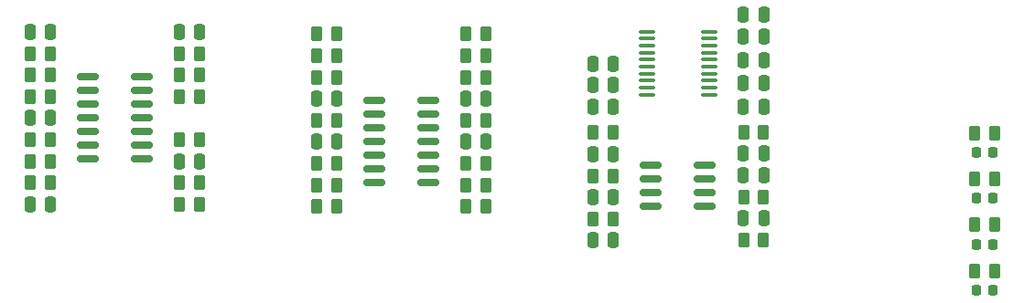
<source format=gbr>
%TF.GenerationSoftware,KiCad,Pcbnew,7.0.1*%
%TF.CreationDate,2023-03-30T14:31:40+01:00*%
%TF.ProjectId,DevBoard,44657642-6f61-4726-942e-6b696361645f,rev?*%
%TF.SameCoordinates,Original*%
%TF.FileFunction,Paste,Top*%
%TF.FilePolarity,Positive*%
%FSLAX46Y46*%
G04 Gerber Fmt 4.6, Leading zero omitted, Abs format (unit mm)*
G04 Created by KiCad (PCBNEW 7.0.1) date 2023-03-30 14:31:40*
%MOMM*%
%LPD*%
G01*
G04 APERTURE LIST*
G04 Aperture macros list*
%AMRoundRect*
0 Rectangle with rounded corners*
0 $1 Rounding radius*
0 $2 $3 $4 $5 $6 $7 $8 $9 X,Y pos of 4 corners*
0 Add a 4 corners polygon primitive as box body*
4,1,4,$2,$3,$4,$5,$6,$7,$8,$9,$2,$3,0*
0 Add four circle primitives for the rounded corners*
1,1,$1+$1,$2,$3*
1,1,$1+$1,$4,$5*
1,1,$1+$1,$6,$7*
1,1,$1+$1,$8,$9*
0 Add four rect primitives between the rounded corners*
20,1,$1+$1,$2,$3,$4,$5,0*
20,1,$1+$1,$4,$5,$6,$7,0*
20,1,$1+$1,$6,$7,$8,$9,0*
20,1,$1+$1,$8,$9,$2,$3,0*%
G04 Aperture macros list end*
%ADD10RoundRect,0.250000X0.262500X0.450000X-0.262500X0.450000X-0.262500X-0.450000X0.262500X-0.450000X0*%
%ADD11RoundRect,0.250000X-0.250000X-0.475000X0.250000X-0.475000X0.250000X0.475000X-0.250000X0.475000X0*%
%ADD12RoundRect,0.250000X-0.262500X-0.450000X0.262500X-0.450000X0.262500X0.450000X-0.262500X0.450000X0*%
%ADD13RoundRect,0.150000X-0.825000X-0.150000X0.825000X-0.150000X0.825000X0.150000X-0.825000X0.150000X0*%
%ADD14RoundRect,0.218750X0.218750X0.256250X-0.218750X0.256250X-0.218750X-0.256250X0.218750X-0.256250X0*%
%ADD15RoundRect,0.250000X0.250000X0.475000X-0.250000X0.475000X-0.250000X-0.475000X0.250000X-0.475000X0*%
%ADD16RoundRect,0.100000X0.637500X0.100000X-0.637500X0.100000X-0.637500X-0.100000X0.637500X-0.100000X0*%
%ADD17RoundRect,0.218750X-0.218750X-0.256250X0.218750X-0.256250X0.218750X0.256250X-0.218750X0.256250X0*%
%ADD18RoundRect,0.150000X0.825000X0.150000X-0.825000X0.150000X-0.825000X-0.150000X0.825000X-0.150000X0*%
G04 APERTURE END LIST*
D10*
%TO.C,R5*%
X56912500Y-109500000D03*
X55087500Y-109500000D03*
%TD*%
D11*
%TO.C,C24*%
X122950000Y-110800000D03*
X121050000Y-110800000D03*
%TD*%
D12*
%TO.C,R14*%
X95387500Y-111700000D03*
X97212500Y-111700000D03*
%TD*%
D13*
%TO.C,U1*%
X60425000Y-103690000D03*
X60425000Y-104960000D03*
X60425000Y-106230000D03*
X60425000Y-107500000D03*
X60425000Y-108770000D03*
X60425000Y-110040000D03*
X60425000Y-111310000D03*
X65375000Y-111310000D03*
X65375000Y-110040000D03*
X65375000Y-108770000D03*
X65375000Y-107500000D03*
X65375000Y-106230000D03*
X65375000Y-104960000D03*
X65375000Y-103690000D03*
%TD*%
D14*
%TO.C,D3*%
X144167500Y-119200000D03*
X142592500Y-119200000D03*
%TD*%
D11*
%TO.C,C25*%
X109050000Y-110835000D03*
X107150000Y-110835000D03*
%TD*%
D15*
%TO.C,C29*%
X121050000Y-112800000D03*
X122950000Y-112800000D03*
%TD*%
%TO.C,C8*%
X97250000Y-109700000D03*
X95350000Y-109700000D03*
%TD*%
D14*
%TO.C,D1*%
X144167500Y-110700000D03*
X142592500Y-110700000D03*
%TD*%
D11*
%TO.C,C9*%
X55042500Y-107500000D03*
X56942500Y-107500000D03*
%TD*%
D15*
%TO.C,C22*%
X107150000Y-106435000D03*
X109050000Y-106435000D03*
%TD*%
D12*
%TO.C,R36*%
X142487500Y-117400000D03*
X144312500Y-117400000D03*
%TD*%
D10*
%TO.C,R11*%
X56912500Y-111500000D03*
X55087500Y-111500000D03*
%TD*%
%TO.C,R19*%
X83412500Y-113700000D03*
X81587500Y-113700000D03*
%TD*%
%TO.C,R6*%
X56912500Y-113500000D03*
X55087500Y-113500000D03*
%TD*%
%TO.C,R25*%
X83412500Y-99700000D03*
X81587500Y-99700000D03*
%TD*%
D12*
%TO.C,R31*%
X109012500Y-108835000D03*
X107187500Y-108835000D03*
%TD*%
D10*
%TO.C,R17*%
X83412500Y-101700000D03*
X81587500Y-101700000D03*
%TD*%
D15*
%TO.C,C1*%
X56950000Y-99500000D03*
X55050000Y-99500000D03*
%TD*%
D11*
%TO.C,C3*%
X55050000Y-115500000D03*
X56950000Y-115500000D03*
%TD*%
%TO.C,C16*%
X122950000Y-106400000D03*
X121050000Y-106400000D03*
%TD*%
D16*
%TO.C,U6*%
X117862500Y-105325000D03*
X117862500Y-104675000D03*
X117862500Y-104025000D03*
X117862500Y-103375000D03*
X117862500Y-102725000D03*
X117862500Y-102075000D03*
X117862500Y-101425000D03*
X117862500Y-100775000D03*
X117862500Y-100125000D03*
X117862500Y-99475000D03*
X112137500Y-99475000D03*
X112137500Y-100125000D03*
X112137500Y-100775000D03*
X112137500Y-101425000D03*
X112137500Y-102075000D03*
X112137500Y-102725000D03*
X112137500Y-103375000D03*
X112137500Y-104025000D03*
X112137500Y-104675000D03*
X112137500Y-105325000D03*
%TD*%
D12*
%TO.C,R20*%
X95387500Y-113700000D03*
X97212500Y-113700000D03*
%TD*%
%TO.C,R26*%
X95387500Y-99700000D03*
X97212500Y-99700000D03*
%TD*%
D10*
%TO.C,R1*%
X56912500Y-105500000D03*
X55087500Y-105500000D03*
%TD*%
D15*
%TO.C,C20*%
X121050000Y-104200000D03*
X122950000Y-104200000D03*
%TD*%
D17*
%TO.C,D2*%
X142612500Y-114900000D03*
X144187500Y-114900000D03*
%TD*%
D15*
%TO.C,C27*%
X107150000Y-118835000D03*
X109050000Y-118835000D03*
%TD*%
D12*
%TO.C,R32*%
X122912500Y-114800000D03*
X121087500Y-114800000D03*
%TD*%
D14*
%TO.C,D4*%
X144167500Y-123500000D03*
X142592500Y-123500000D03*
%TD*%
D10*
%TO.C,R15*%
X83412500Y-107700000D03*
X81587500Y-107700000D03*
%TD*%
%TO.C,R13*%
X83412500Y-111700000D03*
X81587500Y-111700000D03*
%TD*%
%TO.C,R9*%
X56912500Y-103500000D03*
X55087500Y-103500000D03*
%TD*%
D11*
%TO.C,C23*%
X109050000Y-102435000D03*
X107150000Y-102435000D03*
%TD*%
D13*
%TO.C,U2*%
X86925000Y-105890000D03*
X86925000Y-107160000D03*
X86925000Y-108430000D03*
X86925000Y-109700000D03*
X86925000Y-110970000D03*
X86925000Y-112240000D03*
X86925000Y-113510000D03*
X91875000Y-113510000D03*
X91875000Y-112240000D03*
X91875000Y-110970000D03*
X91875000Y-109700000D03*
X91875000Y-108430000D03*
X91875000Y-107160000D03*
X91875000Y-105890000D03*
%TD*%
D12*
%TO.C,R8*%
X68887500Y-113500000D03*
X70712500Y-113500000D03*
%TD*%
%TO.C,R37*%
X142487500Y-121700000D03*
X144312500Y-121700000D03*
%TD*%
%TO.C,R7*%
X68887500Y-109500000D03*
X70712500Y-109500000D03*
%TD*%
D10*
%TO.C,R23*%
X83412500Y-115700000D03*
X81587500Y-115700000D03*
%TD*%
%TO.C,R33*%
X107187500Y-112835000D03*
X109012500Y-112835000D03*
%TD*%
D18*
%TO.C,U8*%
X117475000Y-115705000D03*
X117475000Y-114435000D03*
X117475000Y-113165000D03*
X117475000Y-111895000D03*
X112525000Y-111895000D03*
X112525000Y-113165000D03*
X112525000Y-114435000D03*
X112525000Y-115705000D03*
%TD*%
D12*
%TO.C,R16*%
X95387500Y-107700000D03*
X97212500Y-107700000D03*
%TD*%
D11*
%TO.C,C26*%
X122950000Y-116800000D03*
X121050000Y-116800000D03*
%TD*%
%TO.C,C6*%
X95350000Y-105700000D03*
X97250000Y-105700000D03*
%TD*%
%TO.C,C18*%
X122950000Y-97900000D03*
X121050000Y-97900000D03*
%TD*%
%TO.C,C7*%
X81550000Y-109700000D03*
X83450000Y-109700000D03*
%TD*%
%TO.C,C4*%
X68850000Y-111500000D03*
X70750000Y-111500000D03*
%TD*%
%TO.C,C17*%
X122950000Y-99900000D03*
X121050000Y-99900000D03*
%TD*%
D12*
%TO.C,R18*%
X95387500Y-101700000D03*
X97212500Y-101700000D03*
%TD*%
%TO.C,R4*%
X68887500Y-101500000D03*
X70712500Y-101500000D03*
%TD*%
D10*
%TO.C,R2*%
X56912500Y-101500000D03*
X55087500Y-101500000D03*
%TD*%
D11*
%TO.C,C21*%
X122950000Y-102100000D03*
X121050000Y-102100000D03*
%TD*%
%TO.C,C2*%
X68850000Y-99500000D03*
X70750000Y-99500000D03*
%TD*%
D12*
%TO.C,R21*%
X81587500Y-103700000D03*
X83412500Y-103700000D03*
%TD*%
%TO.C,R34*%
X122912500Y-118800000D03*
X121087500Y-118800000D03*
%TD*%
D15*
%TO.C,C19*%
X107150000Y-104435000D03*
X109050000Y-104435000D03*
%TD*%
D10*
%TO.C,R12*%
X70712500Y-115500000D03*
X68887500Y-115500000D03*
%TD*%
D12*
%TO.C,R10*%
X68887500Y-103500000D03*
X70712500Y-103500000D03*
%TD*%
%TO.C,R30*%
X122912500Y-108800000D03*
X121087500Y-108800000D03*
%TD*%
%TO.C,R27*%
X142487500Y-108900000D03*
X144312500Y-108900000D03*
%TD*%
D10*
%TO.C,R22*%
X97212500Y-103700000D03*
X95387500Y-103700000D03*
%TD*%
D15*
%TO.C,C5*%
X83450000Y-105700000D03*
X81550000Y-105700000D03*
%TD*%
D10*
%TO.C,R35*%
X107187500Y-116835000D03*
X109012500Y-116835000D03*
%TD*%
D12*
%TO.C,R28*%
X142487500Y-113100000D03*
X144312500Y-113100000D03*
%TD*%
D11*
%TO.C,C28*%
X109050000Y-114835000D03*
X107150000Y-114835000D03*
%TD*%
D12*
%TO.C,R3*%
X68887500Y-105500000D03*
X70712500Y-105500000D03*
%TD*%
%TO.C,R24*%
X95387500Y-115700000D03*
X97212500Y-115700000D03*
%TD*%
M02*

</source>
